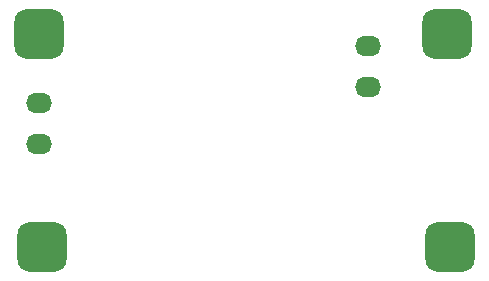
<source format=gbs>
G04*
G04 #@! TF.GenerationSoftware,Altium Limited,Altium Designer,23.2.1 (34)*
G04*
G04 Layer_Color=16711935*
%FSLAX25Y25*%
%MOIN*%
G70*
G04*
G04 #@! TF.SameCoordinates,563C74A3-C083-4828-BA4E-F0EE4E1FBB61*
G04*
G04*
G04 #@! TF.FilePolarity,Negative*
G04*
G01*
G75*
G04:AMPARAMS|DCode=22|XSize=165.48mil|YSize=165.48mil|CornerRadius=43.37mil|HoleSize=0mil|Usage=FLASHONLY|Rotation=0.000|XOffset=0mil|YOffset=0mil|HoleType=Round|Shape=RoundedRectangle|*
%AMROUNDEDRECTD22*
21,1,0.16548,0.07874,0,0,0.0*
21,1,0.07874,0.16548,0,0,0.0*
1,1,0.08674,0.03937,-0.03937*
1,1,0.08674,-0.03937,-0.03937*
1,1,0.08674,-0.03937,0.03937*
1,1,0.08674,0.03937,0.03937*
%
%ADD22ROUNDEDRECTD22*%
%ADD23O,0.08674X0.06706*%
D22*
X502000Y212000D02*
D03*
X501000Y283000D02*
D03*
X637000D02*
D03*
X638000Y212000D02*
D03*
D23*
X501000Y259890D02*
D03*
Y246110D02*
D03*
X610500Y278890D02*
D03*
Y265110D02*
D03*
M02*

</source>
